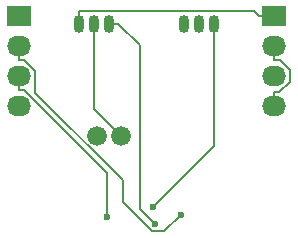
<source format=gbr>
G04 #@! TF.FileFunction,Copper,L2,Bot,Signal*
%FSLAX46Y46*%
G04 Gerber Fmt 4.6, Leading zero omitted, Abs format (unit mm)*
G04 Created by KiCad (PCBNEW (2015-11-19 BZR 6326, Git 08d9b36)-product) date Sun 22 Nov 2015 09:39:14 PM EST*
%MOMM*%
G01*
G04 APERTURE LIST*
%ADD10C,0.100000*%
%ADD11R,2.032000X1.727200*%
%ADD12O,2.032000X1.727200*%
%ADD13O,0.899160X1.501140*%
%ADD14C,1.676400*%
%ADD15C,0.600000*%
%ADD16C,0.200000*%
G04 APERTURE END LIST*
D10*
D11*
X14097000Y-14097000D03*
D12*
X14097000Y-16637000D03*
X14097000Y-19177000D03*
X14097000Y-21717000D03*
D11*
X35687000Y-14097000D03*
D12*
X35687000Y-16637000D03*
X35687000Y-19177000D03*
X35687000Y-21717000D03*
D13*
X20447000Y-14732000D03*
X19177000Y-14732000D03*
X21717000Y-14732000D03*
X29337000Y-14732000D03*
X28067000Y-14732000D03*
X30607000Y-14732000D03*
D14*
X22715220Y-24257000D03*
X20718780Y-24257000D03*
D15*
X25436400Y-30269300D03*
X25593300Y-31689800D03*
X21545600Y-31076900D03*
X27762800Y-30941800D03*
D16*
X20447000Y-21988800D02*
X20447000Y-14732000D01*
X22715200Y-24257000D02*
X20447000Y-21988800D01*
X36163000Y-17800900D02*
X35687000Y-17800900D01*
X37004300Y-18642200D02*
X36163000Y-17800900D01*
X37004300Y-19672300D02*
X37004300Y-18642200D01*
X36123500Y-20553100D02*
X37004300Y-19672300D01*
X35687000Y-20553100D02*
X36123500Y-20553100D01*
X35687000Y-21717000D02*
X35687000Y-20553100D01*
X35687000Y-16637000D02*
X35687000Y-17800900D01*
X30607000Y-25098700D02*
X25436400Y-30269300D01*
X30607000Y-14732000D02*
X30607000Y-25098700D01*
X21717000Y-14732000D02*
X22466900Y-14732000D01*
X24311600Y-30408100D02*
X25593300Y-31689800D01*
X24311600Y-16576700D02*
X24311600Y-30408100D01*
X22466900Y-14732000D02*
X24311600Y-16576700D01*
X14519500Y-20340900D02*
X14097000Y-20340900D01*
X21545600Y-27367000D02*
X14519500Y-20340900D01*
X21545600Y-31076900D02*
X21545600Y-27367000D01*
X14097000Y-19177000D02*
X14097000Y-20340900D01*
X26401500Y-32303100D02*
X27762800Y-30941800D01*
X25355400Y-32303100D02*
X26401500Y-32303100D01*
X22866300Y-29814000D02*
X25355400Y-32303100D01*
X22866300Y-28014500D02*
X22866300Y-29814000D01*
X15481400Y-20629600D02*
X22866300Y-28014500D01*
X15481400Y-18748800D02*
X15481400Y-20629600D01*
X14533500Y-17800900D02*
X15481400Y-18748800D01*
X14097000Y-17800900D02*
X14533500Y-17800900D01*
X14097000Y-16637000D02*
X14097000Y-17800900D01*
X33954800Y-13681100D02*
X34370700Y-14097000D01*
X19177000Y-13681100D02*
X33954800Y-13681100D01*
X19177000Y-14732000D02*
X19177000Y-13681100D01*
X35687000Y-14097000D02*
X34370700Y-14097000D01*
M02*

</source>
